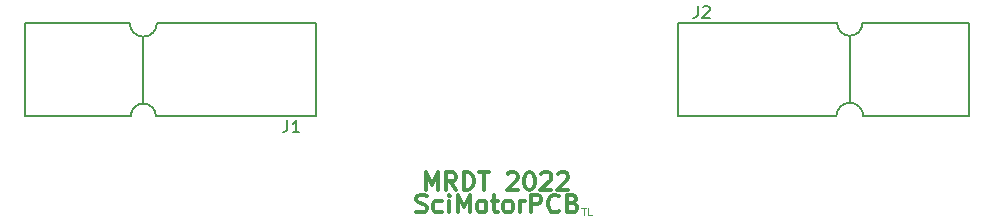
<source format=gbr>
%TF.GenerationSoftware,KiCad,Pcbnew,(5.1.10)-1*%
%TF.CreationDate,2022-03-13T21:33:56-05:00*%
%TF.ProjectId,SciMotorPCB,5363694d-6f74-46f7-9250-43422e6b6963,rev?*%
%TF.SameCoordinates,Original*%
%TF.FileFunction,Legend,Top*%
%TF.FilePolarity,Positive*%
%FSLAX46Y46*%
G04 Gerber Fmt 4.6, Leading zero omitted, Abs format (unit mm)*
G04 Created by KiCad (PCBNEW (5.1.10)-1) date 2022-03-13 21:33:56*
%MOMM*%
%LPD*%
G01*
G04 APERTURE LIST*
%ADD10C,0.076200*%
%ADD11C,0.300000*%
%ADD12C,0.150000*%
G04 APERTURE END LIST*
D10*
X164026547Y-107602261D02*
X164389404Y-107602261D01*
X164207976Y-108237261D02*
X164207976Y-107602261D01*
X164903452Y-108237261D02*
X164601071Y-108237261D01*
X164601071Y-107602261D01*
D11*
X150059285Y-107922142D02*
X150273571Y-107993571D01*
X150630714Y-107993571D01*
X150773571Y-107922142D01*
X150845000Y-107850714D01*
X150916428Y-107707857D01*
X150916428Y-107565000D01*
X150845000Y-107422142D01*
X150773571Y-107350714D01*
X150630714Y-107279285D01*
X150345000Y-107207857D01*
X150202142Y-107136428D01*
X150130714Y-107065000D01*
X150059285Y-106922142D01*
X150059285Y-106779285D01*
X150130714Y-106636428D01*
X150202142Y-106565000D01*
X150345000Y-106493571D01*
X150702142Y-106493571D01*
X150916428Y-106565000D01*
X152202142Y-107922142D02*
X152059285Y-107993571D01*
X151773571Y-107993571D01*
X151630714Y-107922142D01*
X151559285Y-107850714D01*
X151487857Y-107707857D01*
X151487857Y-107279285D01*
X151559285Y-107136428D01*
X151630714Y-107065000D01*
X151773571Y-106993571D01*
X152059285Y-106993571D01*
X152202142Y-107065000D01*
X152845000Y-107993571D02*
X152845000Y-106993571D01*
X152845000Y-106493571D02*
X152773571Y-106565000D01*
X152845000Y-106636428D01*
X152916428Y-106565000D01*
X152845000Y-106493571D01*
X152845000Y-106636428D01*
X153559285Y-107993571D02*
X153559285Y-106493571D01*
X154059285Y-107565000D01*
X154559285Y-106493571D01*
X154559285Y-107993571D01*
X155487857Y-107993571D02*
X155345000Y-107922142D01*
X155273571Y-107850714D01*
X155202142Y-107707857D01*
X155202142Y-107279285D01*
X155273571Y-107136428D01*
X155345000Y-107065000D01*
X155487857Y-106993571D01*
X155702142Y-106993571D01*
X155845000Y-107065000D01*
X155916428Y-107136428D01*
X155987857Y-107279285D01*
X155987857Y-107707857D01*
X155916428Y-107850714D01*
X155845000Y-107922142D01*
X155702142Y-107993571D01*
X155487857Y-107993571D01*
X156416428Y-106993571D02*
X156987857Y-106993571D01*
X156630714Y-106493571D02*
X156630714Y-107779285D01*
X156702142Y-107922142D01*
X156845000Y-107993571D01*
X156987857Y-107993571D01*
X157702142Y-107993571D02*
X157559285Y-107922142D01*
X157487857Y-107850714D01*
X157416428Y-107707857D01*
X157416428Y-107279285D01*
X157487857Y-107136428D01*
X157559285Y-107065000D01*
X157702142Y-106993571D01*
X157916428Y-106993571D01*
X158059285Y-107065000D01*
X158130714Y-107136428D01*
X158202142Y-107279285D01*
X158202142Y-107707857D01*
X158130714Y-107850714D01*
X158059285Y-107922142D01*
X157916428Y-107993571D01*
X157702142Y-107993571D01*
X158845000Y-107993571D02*
X158845000Y-106993571D01*
X158845000Y-107279285D02*
X158916428Y-107136428D01*
X158987857Y-107065000D01*
X159130714Y-106993571D01*
X159273571Y-106993571D01*
X159773571Y-107993571D02*
X159773571Y-106493571D01*
X160345000Y-106493571D01*
X160487857Y-106565000D01*
X160559285Y-106636428D01*
X160630714Y-106779285D01*
X160630714Y-106993571D01*
X160559285Y-107136428D01*
X160487857Y-107207857D01*
X160345000Y-107279285D01*
X159773571Y-107279285D01*
X162130714Y-107850714D02*
X162059285Y-107922142D01*
X161845000Y-107993571D01*
X161702142Y-107993571D01*
X161487857Y-107922142D01*
X161345000Y-107779285D01*
X161273571Y-107636428D01*
X161202142Y-107350714D01*
X161202142Y-107136428D01*
X161273571Y-106850714D01*
X161345000Y-106707857D01*
X161487857Y-106565000D01*
X161702142Y-106493571D01*
X161845000Y-106493571D01*
X162059285Y-106565000D01*
X162130714Y-106636428D01*
X163273571Y-107207857D02*
X163487857Y-107279285D01*
X163559285Y-107350714D01*
X163630714Y-107493571D01*
X163630714Y-107707857D01*
X163559285Y-107850714D01*
X163487857Y-107922142D01*
X163345000Y-107993571D01*
X162773571Y-107993571D01*
X162773571Y-106493571D01*
X163273571Y-106493571D01*
X163416428Y-106565000D01*
X163487857Y-106636428D01*
X163559285Y-106779285D01*
X163559285Y-106922142D01*
X163487857Y-107065000D01*
X163416428Y-107136428D01*
X163273571Y-107207857D01*
X162773571Y-107207857D01*
X150845000Y-106088571D02*
X150845000Y-104588571D01*
X151345000Y-105660000D01*
X151845000Y-104588571D01*
X151845000Y-106088571D01*
X153416428Y-106088571D02*
X152916428Y-105374285D01*
X152559285Y-106088571D02*
X152559285Y-104588571D01*
X153130714Y-104588571D01*
X153273571Y-104660000D01*
X153345000Y-104731428D01*
X153416428Y-104874285D01*
X153416428Y-105088571D01*
X153345000Y-105231428D01*
X153273571Y-105302857D01*
X153130714Y-105374285D01*
X152559285Y-105374285D01*
X154059285Y-106088571D02*
X154059285Y-104588571D01*
X154416428Y-104588571D01*
X154630714Y-104660000D01*
X154773571Y-104802857D01*
X154845000Y-104945714D01*
X154916428Y-105231428D01*
X154916428Y-105445714D01*
X154845000Y-105731428D01*
X154773571Y-105874285D01*
X154630714Y-106017142D01*
X154416428Y-106088571D01*
X154059285Y-106088571D01*
X155345000Y-104588571D02*
X156202142Y-104588571D01*
X155773571Y-106088571D02*
X155773571Y-104588571D01*
X157773571Y-104731428D02*
X157845000Y-104660000D01*
X157987857Y-104588571D01*
X158345000Y-104588571D01*
X158487857Y-104660000D01*
X158559285Y-104731428D01*
X158630714Y-104874285D01*
X158630714Y-105017142D01*
X158559285Y-105231428D01*
X157702142Y-106088571D01*
X158630714Y-106088571D01*
X159559285Y-104588571D02*
X159702142Y-104588571D01*
X159845000Y-104660000D01*
X159916428Y-104731428D01*
X159987857Y-104874285D01*
X160059285Y-105160000D01*
X160059285Y-105517142D01*
X159987857Y-105802857D01*
X159916428Y-105945714D01*
X159845000Y-106017142D01*
X159702142Y-106088571D01*
X159559285Y-106088571D01*
X159416428Y-106017142D01*
X159345000Y-105945714D01*
X159273571Y-105802857D01*
X159202142Y-105517142D01*
X159202142Y-105160000D01*
X159273571Y-104874285D01*
X159345000Y-104731428D01*
X159416428Y-104660000D01*
X159559285Y-104588571D01*
X160630714Y-104731428D02*
X160702142Y-104660000D01*
X160845000Y-104588571D01*
X161202142Y-104588571D01*
X161345000Y-104660000D01*
X161416428Y-104731428D01*
X161487857Y-104874285D01*
X161487857Y-105017142D01*
X161416428Y-105231428D01*
X160559285Y-106088571D01*
X161487857Y-106088571D01*
X162059285Y-104731428D02*
X162130714Y-104660000D01*
X162273571Y-104588571D01*
X162630714Y-104588571D01*
X162773571Y-104660000D01*
X162845000Y-104731428D01*
X162916428Y-104874285D01*
X162916428Y-105017142D01*
X162845000Y-105231428D01*
X161987857Y-106088571D01*
X162916428Y-106088571D01*
D12*
%TO.C,J1*%
X129222500Y-91973400D02*
X141516100Y-91973400D01*
X126936500Y-97561400D02*
X126936500Y-98704400D01*
X126936500Y-93116400D02*
X126936500Y-94284800D01*
X129197100Y-91973400D02*
X128104900Y-91973400D01*
X116903500Y-91973400D02*
X124650500Y-91973400D01*
X141516100Y-99847400D02*
X141516100Y-91973400D01*
X116878100Y-91973400D02*
X116878100Y-99822000D01*
X125793500Y-91973400D02*
X124574300Y-91973400D01*
X129222500Y-99847400D02*
X141516100Y-99847400D01*
X126936500Y-97561400D02*
X126936500Y-94284800D01*
X116878100Y-99847400D02*
X125869700Y-99847400D01*
X128003300Y-99847400D02*
X129222500Y-99847400D01*
X126987300Y-98780600D02*
G75*
G03*
X125869700Y-99796600I-50800J-1066800D01*
G01*
X126936500Y-93116400D02*
G75*
G03*
X128079500Y-91973400I0J1143000D01*
G01*
X128003300Y-99847400D02*
G75*
G03*
X126936500Y-98780600I-1066800J0D01*
G01*
X125793500Y-91973400D02*
G75*
G03*
X126936500Y-93116400I1143000J0D01*
G01*
%TO.C,J2*%
X184467500Y-99847400D02*
X172173900Y-99847400D01*
X186753500Y-94259400D02*
X186753500Y-93116400D01*
X186753500Y-98704400D02*
X186753500Y-97536000D01*
X184492900Y-99847400D02*
X185585100Y-99847400D01*
X196786500Y-99847400D02*
X189039500Y-99847400D01*
X172173900Y-91973400D02*
X172173900Y-99847400D01*
X196811900Y-99847400D02*
X196811900Y-91998800D01*
X187896500Y-99847400D02*
X189115700Y-99847400D01*
X184467500Y-91973400D02*
X172173900Y-91973400D01*
X186753500Y-94259400D02*
X186753500Y-97536000D01*
X196811900Y-91973400D02*
X187820300Y-91973400D01*
X185686700Y-91973400D02*
X184467500Y-91973400D01*
X186702700Y-93040200D02*
G75*
G03*
X187820300Y-92024200I50800J1066800D01*
G01*
X186753500Y-98704400D02*
G75*
G03*
X185610500Y-99847400I0J-1143000D01*
G01*
X185686700Y-91973400D02*
G75*
G03*
X186753500Y-93040200I1066800J0D01*
G01*
X187896500Y-99847400D02*
G75*
G03*
X186753500Y-98704400I-1143000J0D01*
G01*
%TO.C,J1*%
X139138766Y-100189780D02*
X139138766Y-100904066D01*
X139091147Y-101046923D01*
X138995909Y-101142161D01*
X138853052Y-101189780D01*
X138757814Y-101189780D01*
X140138766Y-101189780D02*
X139567338Y-101189780D01*
X139853052Y-101189780D02*
X139853052Y-100189780D01*
X139757814Y-100332638D01*
X139662576Y-100427876D01*
X139567338Y-100475495D01*
%TO.C,J2*%
X173884566Y-90535780D02*
X173884566Y-91250066D01*
X173836947Y-91392923D01*
X173741709Y-91488161D01*
X173598852Y-91535780D01*
X173503614Y-91535780D01*
X174313138Y-90631019D02*
X174360757Y-90583400D01*
X174455995Y-90535780D01*
X174694090Y-90535780D01*
X174789328Y-90583400D01*
X174836947Y-90631019D01*
X174884566Y-90726257D01*
X174884566Y-90821495D01*
X174836947Y-90964352D01*
X174265519Y-91535780D01*
X174884566Y-91535780D01*
%TD*%
M02*

</source>
